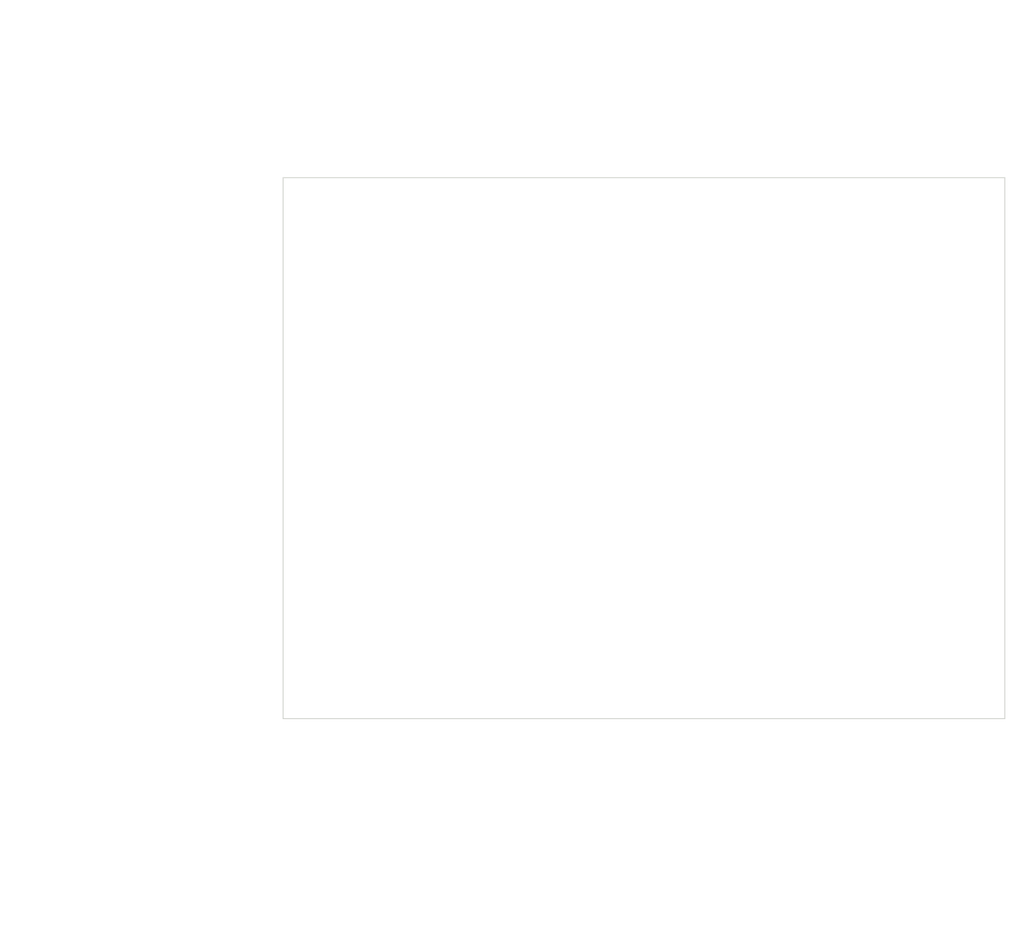
<source format=kicad_pcb>
(kicad_pcb (version 4) (host pcbnew 4.0.6)

  (general
    (links 0)
    (no_connects 0)
    (area 29.114287 35.4 171.600001 131.650001)
    (thickness 1.6)
    (drawings 21)
    (tracks 0)
    (zones 0)
    (modules 0)
    (nets 1)
  )

  (page A4)
  (layers
    (0 F.Cu signal)
    (31 B.Cu signal)
    (32 B.Adhes user)
    (33 F.Adhes user)
    (34 B.Paste user hide)
    (35 F.Paste user)
    (36 B.SilkS user)
    (37 F.SilkS user hide)
    (38 B.Mask user)
    (39 F.Mask user)
    (40 Dwgs.User user)
    (41 Cmts.User user)
    (42 Eco1.User user)
    (43 Eco2.User user)
    (44 Edge.Cuts user)
    (45 Margin user)
    (46 B.CrtYd user)
    (47 F.CrtYd user)
    (48 B.Fab user hide)
    (49 F.Fab user hide)
  )

  (setup
    (last_trace_width 0.25)
    (trace_clearance 0.2)
    (zone_clearance 0.508)
    (zone_45_only no)
    (trace_min 0.2)
    (segment_width 0.2)
    (edge_width 0.1)
    (via_size 0.6)
    (via_drill 0.4)
    (via_min_size 0.4)
    (via_min_drill 0.3)
    (uvia_size 0.3)
    (uvia_drill 0.1)
    (uvias_allowed no)
    (uvia_min_size 0.2)
    (uvia_min_drill 0.1)
    (pcb_text_width 0.3)
    (pcb_text_size 1.5 1.5)
    (mod_edge_width 0.15)
    (mod_text_size 1 1)
    (mod_text_width 0.15)
    (pad_size 0.6 0.6)
    (pad_drill 0.3)
    (pad_to_mask_clearance 0)
    (aux_axis_origin 0 0)
    (visible_elements FFFEFF7F)
    (pcbplotparams
      (layerselection 0x00030_80000001)
      (usegerberextensions false)
      (excludeedgelayer true)
      (linewidth 0.100000)
      (plotframeref false)
      (viasonmask false)
      (mode 1)
      (useauxorigin false)
      (hpglpennumber 1)
      (hpglpenspeed 20)
      (hpglpendiameter 15)
      (hpglpenoverlay 2)
      (psnegative false)
      (psa4output false)
      (plotreference true)
      (plotvalue true)
      (plotinvisibletext false)
      (padsonsilk false)
      (subtractmaskfromsilk false)
      (outputformat 1)
      (mirror false)
      (drillshape 1)
      (scaleselection 1)
      (outputdirectory ""))
  )

  (net 0 "")

  (net_class Default "This is the default net class."
    (clearance 0.2)
    (trace_width 0.25)
    (via_dia 0.6)
    (via_drill 0.4)
    (uvia_dia 0.3)
    (uvia_drill 0.1)
  )

  (net_class Power ""
    (clearance 0.2)
    (trace_width 1)
    (via_dia 1)
    (via_drill 0.6)
    (uvia_dia 0.3)
    (uvia_drill 0.1)
  )

  (net_class PowerSmall ""
    (clearance 0.1)
    (trace_width 0.4)
    (via_dia 0.6)
    (via_drill 0.4)
    (uvia_dia 0.3)
    (uvia_drill 0.1)
  )

  (gr_line (start 54 114) (end 54 54) (angle 90) (layer Edge.Cuts) (width 0.1))
  (gr_line (start 134 114) (end 54 114) (angle 90) (layer Edge.Cuts) (width 0.1))
  (gr_line (start 134 54) (end 134 114) (angle 90) (layer Edge.Cuts) (width 0.1))
  (gr_line (start 54 54) (end 134 54) (angle 90) (layer Edge.Cuts) (width 0.1))
  (dimension 43.5 (width 0.3) (layer Dwgs.User)
    (gr_text "43.500 mm" (at 28.9 84 270) (layer Dwgs.User)
      (effects (font (size 1.5 1.5) (thickness 0.3)))
    )
    (feature1 (pts (xy 127 105.75) (xy 27.55 105.75)))
    (feature2 (pts (xy 127 62.25) (xy 27.55 62.25)))
    (crossbar (pts (xy 30.25 62.25) (xy 30.25 105.75)))
    (arrow1a (pts (xy 30.25 105.75) (xy 29.663579 104.623496)))
    (arrow1b (pts (xy 30.25 105.75) (xy 30.836421 104.623496)))
    (arrow2a (pts (xy 30.25 62.25) (xy 29.663579 63.376504)))
    (arrow2b (pts (xy 30.25 62.25) (xy 30.836421 63.376504)))
  )
  (dimension 58 (width 0.3) (layer Dwgs.User)
    (gr_text "58.000 mm" (at 94 139.85) (layer Dwgs.User)
      (effects (font (size 1.5 1.5) (thickness 0.3)))
    )
    (feature1 (pts (xy 123 62) (xy 123 141.2)))
    (feature2 (pts (xy 65 62) (xy 65 141.2)))
    (crossbar (pts (xy 65 138.5) (xy 123 138.5)))
    (arrow1a (pts (xy 123 138.5) (xy 121.873496 139.086421)))
    (arrow1b (pts (xy 123 138.5) (xy 121.873496 137.913579)))
    (arrow2a (pts (xy 65 138.5) (xy 66.126504 139.086421)))
    (arrow2b (pts (xy 65 138.5) (xy 66.126504 137.913579)))
  )
  (gr_line (start 116.5 116.5) (end 116.5 126) (angle 90) (layer Dwgs.User) (width 0.2))
  (gr_line (start 116.5 51.5) (end 116.5 42) (angle 90) (layer Dwgs.User) (width 0.2))
  (gr_line (start 71.5 51.5) (end 71.5 42) (angle 90) (layer Dwgs.User) (width 0.2))
  (gr_line (start 71.5 126) (end 71 126) (angle 90) (layer Dwgs.User) (width 0.2))
  (gr_line (start 71.5 116.5) (end 71.5 126) (angle 90) (layer Dwgs.User) (width 0.2))
  (dimension 84 (width 0.3) (layer Dwgs.User)
    (gr_text "84.000 mm" (at 38.15 84 270) (layer Dwgs.User)
      (effects (font (size 1.5 1.5) (thickness 0.3)))
    )
    (feature1 (pts (xy 52 126) (xy 36.8 126)))
    (feature2 (pts (xy 52 42) (xy 36.8 42)))
    (crossbar (pts (xy 39.5 42) (xy 39.5 126)))
    (arrow1a (pts (xy 39.5 126) (xy 38.913579 124.873496)))
    (arrow1b (pts (xy 39.5 126) (xy 40.086421 124.873496)))
    (arrow2a (pts (xy 39.5 42) (xy 38.913579 43.126504)))
    (arrow2b (pts (xy 39.5 42) (xy 40.086421 43.126504)))
  )
  (dimension 65 (width 0.3) (layer Dwgs.User)
    (gr_text "65.000 mm" (at 44.65 84 270) (layer Dwgs.User)
      (effects (font (size 1.5 1.5) (thickness 0.3)))
    )
    (feature1 (pts (xy 52 116.5) (xy 43.3 116.5)))
    (feature2 (pts (xy 52 51.5) (xy 43.3 51.5)))
    (crossbar (pts (xy 46 51.5) (xy 46 116.5)))
    (arrow1a (pts (xy 46 116.5) (xy 45.413579 115.373496)))
    (arrow1b (pts (xy 46 116.5) (xy 46.586421 115.373496)))
    (arrow2a (pts (xy 46 51.5) (xy 45.413579 52.626504)))
    (arrow2b (pts (xy 46 51.5) (xy 46.586421 52.626504)))
  )
  (dimension 84 (width 0.3) (layer Dwgs.User)
    (gr_text "84.000 mm" (at 94 36.15) (layer Dwgs.User)
      (effects (font (size 1.5 1.5) (thickness 0.3)))
    )
    (feature1 (pts (xy 136 42) (xy 136 34.8)))
    (feature2 (pts (xy 52 42) (xy 52 34.8)))
    (crossbar (pts (xy 52 37.5) (xy 136 37.5)))
    (arrow1a (pts (xy 136 37.5) (xy 134.873496 38.086421)))
    (arrow1b (pts (xy 136 37.5) (xy 134.873496 36.913579)))
    (arrow2a (pts (xy 52 37.5) (xy 53.126504 38.086421)))
    (arrow2b (pts (xy 52 37.5) (xy 53.126504 36.913579)))
  )
  (gr_line (start 52 116.5) (end 136 116.5) (angle 90) (layer Dwgs.User) (width 0.2))
  (gr_line (start 136 51.5) (end 136 52) (angle 90) (layer Dwgs.User) (width 0.2))
  (gr_line (start 52 51.5) (end 136 51.5) (angle 90) (layer Dwgs.User) (width 0.2))
  (gr_line (start 52 126) (end 52 42) (angle 90) (layer Dwgs.User) (width 0.2))
  (gr_line (start 136 126) (end 52 126) (angle 90) (layer Dwgs.User) (width 0.2))
  (gr_line (start 136 42) (end 136 126) (angle 90) (layer Dwgs.User) (width 0.2))
  (gr_line (start 52 42) (end 136 42) (angle 90) (layer Dwgs.User) (width 0.2))

)

</source>
